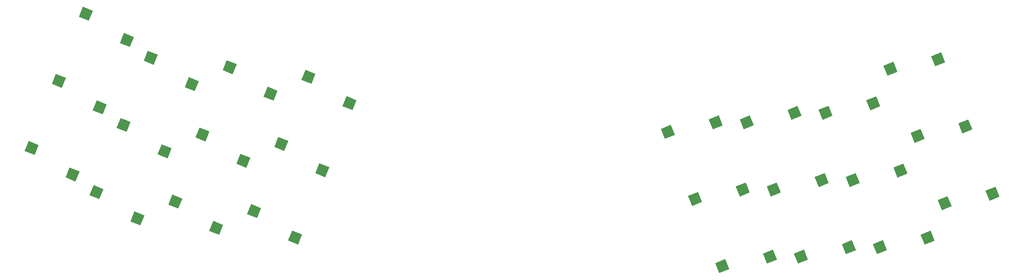
<source format=gbr>
G04 #@! TF.GenerationSoftware,KiCad,Pcbnew,(5.1.4)-1*
G04 #@! TF.CreationDate,2024-04-24T20:53:09-04:00*
G04 #@! TF.ProjectId,ThumbsUp,5468756d-6273-4557-902e-6b696361645f,rev?*
G04 #@! TF.SameCoordinates,Original*
G04 #@! TF.FileFunction,Paste,Bot*
G04 #@! TF.FilePolarity,Positive*
%FSLAX46Y46*%
G04 Gerber Fmt 4.6, Leading zero omitted, Abs format (unit mm)*
G04 Created by KiCad (PCBNEW (5.1.4)-1) date 2024-04-24 20:53:09*
%MOMM*%
%LPD*%
G04 APERTURE LIST*
%ADD10C,2.600000*%
%ADD11C,0.100000*%
G04 APERTURE END LIST*
D10*
X263252967Y-300826201D03*
D11*
G36*
X262534617Y-302518529D02*
G01*
X261560639Y-300107851D01*
X263971317Y-299133873D01*
X264945295Y-301544551D01*
X262534617Y-302518529D01*
X262534617Y-302518529D01*
G37*
D10*
X251719859Y-303113103D03*
D11*
G36*
X251001509Y-304805431D02*
G01*
X250027531Y-302394753D01*
X252438209Y-301420775D01*
X253412187Y-303831453D01*
X251001509Y-304805431D01*
X251001509Y-304805431D01*
G37*
D10*
X256697351Y-284600484D03*
D11*
G36*
X255979001Y-286292812D02*
G01*
X255005023Y-283882134D01*
X257415701Y-282908156D01*
X258389679Y-285318834D01*
X255979001Y-286292812D01*
X255979001Y-286292812D01*
G37*
D10*
X245164243Y-286887386D03*
D11*
G36*
X244445893Y-288579714D02*
G01*
X243471915Y-286169036D01*
X245882593Y-285195058D01*
X246856571Y-287605736D01*
X244445893Y-288579714D01*
X244445893Y-288579714D01*
G37*
D10*
X250141736Y-268374766D03*
D11*
G36*
X249423386Y-270067094D02*
G01*
X248449408Y-267656416D01*
X250860086Y-266682438D01*
X251834064Y-269093116D01*
X249423386Y-270067094D01*
X249423386Y-270067094D01*
G37*
D10*
X238608628Y-270661668D03*
D11*
G36*
X237890278Y-272353996D02*
G01*
X236916300Y-269943318D01*
X239326978Y-268969340D01*
X240300956Y-271380018D01*
X237890278Y-272353996D01*
X237890278Y-272353996D01*
G37*
D10*
X247598492Y-311465159D03*
D11*
G36*
X246880142Y-313157487D02*
G01*
X245906164Y-310746809D01*
X248316842Y-309772831D01*
X249290820Y-312183509D01*
X246880142Y-313157487D01*
X246880142Y-313157487D01*
G37*
D10*
X236065384Y-313752061D03*
D11*
G36*
X235347034Y-315444389D02*
G01*
X234373056Y-313033711D01*
X236783734Y-312059733D01*
X237757712Y-314470411D01*
X235347034Y-315444389D01*
X235347034Y-315444389D01*
G37*
D10*
X241042877Y-295239441D03*
D11*
G36*
X240324527Y-296931769D02*
G01*
X239350549Y-294521091D01*
X241761227Y-293547113D01*
X242735205Y-295957791D01*
X240324527Y-296931769D01*
X240324527Y-296931769D01*
G37*
D10*
X229509769Y-297526343D03*
D11*
G36*
X228791419Y-299218671D02*
G01*
X227817441Y-296807993D01*
X230228119Y-295834015D01*
X231202097Y-298244693D01*
X228791419Y-299218671D01*
X228791419Y-299218671D01*
G37*
D10*
X234487261Y-279013724D03*
D11*
G36*
X233768911Y-280706052D02*
G01*
X232794933Y-278295374D01*
X235205611Y-277321396D01*
X236179589Y-279732074D01*
X233768911Y-280706052D01*
X233768911Y-280706052D01*
G37*
D10*
X222954153Y-281300626D03*
D11*
G36*
X222235803Y-282992954D02*
G01*
X221261825Y-280582276D01*
X223672503Y-279608298D01*
X224646481Y-282018976D01*
X222235803Y-282992954D01*
X222235803Y-282992954D01*
G37*
D10*
X228572558Y-313759461D03*
D11*
G36*
X227854208Y-315451789D02*
G01*
X226880230Y-313041111D01*
X229290908Y-312067133D01*
X230264886Y-314477811D01*
X227854208Y-315451789D01*
X227854208Y-315451789D01*
G37*
D10*
X217039450Y-316046363D03*
D11*
G36*
X216321100Y-317738691D02*
G01*
X215347122Y-315328013D01*
X217757800Y-314354035D01*
X218731778Y-316764713D01*
X216321100Y-317738691D01*
X216321100Y-317738691D01*
G37*
D10*
X222016942Y-297533744D03*
D11*
G36*
X221298592Y-299226072D02*
G01*
X220324614Y-296815394D01*
X222735292Y-295841416D01*
X223709270Y-298252094D01*
X221298592Y-299226072D01*
X221298592Y-299226072D01*
G37*
D10*
X210483834Y-299820646D03*
D11*
G36*
X209765484Y-301512974D02*
G01*
X208791506Y-299102296D01*
X211202184Y-298128318D01*
X212176162Y-300538996D01*
X209765484Y-301512974D01*
X209765484Y-301512974D01*
G37*
D10*
X215461327Y-281308027D03*
D11*
G36*
X214742977Y-283000355D02*
G01*
X213768999Y-280589677D01*
X216179677Y-279615699D01*
X217153655Y-282026377D01*
X214742977Y-283000355D01*
X214742977Y-283000355D01*
G37*
D10*
X203928219Y-283594929D03*
D11*
G36*
X203209869Y-285287257D02*
G01*
X202235891Y-282876579D01*
X204646569Y-281902601D01*
X205620547Y-284313279D01*
X203209869Y-285287257D01*
X203209869Y-285287257D01*
G37*
D10*
X209546623Y-316053764D03*
D11*
G36*
X208828273Y-317746092D02*
G01*
X207854295Y-315335414D01*
X210264973Y-314361436D01*
X211238951Y-316772114D01*
X208828273Y-317746092D01*
X208828273Y-317746092D01*
G37*
D10*
X198013515Y-318340666D03*
D11*
G36*
X197295165Y-320032994D02*
G01*
X196321187Y-317622316D01*
X198731865Y-316648338D01*
X199705843Y-319059016D01*
X197295165Y-320032994D01*
X197295165Y-320032994D01*
G37*
D10*
X202991008Y-299828047D03*
D11*
G36*
X202272658Y-301520375D02*
G01*
X201298680Y-299109697D01*
X203709358Y-298135719D01*
X204683336Y-300546397D01*
X202272658Y-301520375D01*
X202272658Y-301520375D01*
G37*
D10*
X191457900Y-302114949D03*
D11*
G36*
X190739550Y-303807277D02*
G01*
X189765572Y-301396599D01*
X192176250Y-300422621D01*
X193150228Y-302833299D01*
X190739550Y-303807277D01*
X190739550Y-303807277D01*
G37*
D10*
X196435393Y-283602329D03*
D11*
G36*
X195717043Y-285294657D02*
G01*
X194743065Y-282883979D01*
X197153743Y-281910001D01*
X198127721Y-284320679D01*
X195717043Y-285294657D01*
X195717043Y-285294657D01*
G37*
D10*
X184902285Y-285889231D03*
D11*
G36*
X184183935Y-287581559D02*
G01*
X183209957Y-285170881D01*
X185620635Y-284196903D01*
X186594613Y-286607581D01*
X184183935Y-287581559D01*
X184183935Y-287581559D01*
G37*
D10*
X85046167Y-305043702D03*
D11*
G36*
X86738495Y-304325352D02*
G01*
X85764517Y-306736030D01*
X83353839Y-305762052D01*
X84327817Y-303351374D01*
X86738495Y-304325352D01*
X86738495Y-304325352D01*
G37*
D10*
X94931006Y-311410213D03*
D11*
G36*
X96623334Y-310691863D02*
G01*
X95649356Y-313102541D01*
X93238678Y-312128563D01*
X94212656Y-309717885D01*
X96623334Y-310691863D01*
X96623334Y-310691863D01*
G37*
D10*
X91601782Y-288817985D03*
D11*
G36*
X93294110Y-288099635D02*
G01*
X92320132Y-290510313D01*
X89909454Y-289536335D01*
X90883432Y-287125657D01*
X93294110Y-288099635D01*
X93294110Y-288099635D01*
G37*
D10*
X101486621Y-295184496D03*
D11*
G36*
X103178949Y-294466146D02*
G01*
X102204971Y-296876824D01*
X99794293Y-295902846D01*
X100768271Y-293492168D01*
X103178949Y-294466146D01*
X103178949Y-294466146D01*
G37*
D10*
X98157398Y-272592267D03*
D11*
G36*
X99849726Y-271873917D02*
G01*
X98875748Y-274284595D01*
X96465070Y-273310617D01*
X97439048Y-270899939D01*
X99849726Y-271873917D01*
X99849726Y-271873917D01*
G37*
D10*
X108042237Y-278958778D03*
D11*
G36*
X109734565Y-278240428D02*
G01*
X108760587Y-280651106D01*
X106349909Y-279677128D01*
X107323887Y-277266450D01*
X109734565Y-278240428D01*
X109734565Y-278240428D01*
G37*
D10*
X66020233Y-302749400D03*
D11*
G36*
X67712561Y-302031050D02*
G01*
X66738583Y-304441728D01*
X64327905Y-303467750D01*
X65301883Y-301057072D01*
X67712561Y-302031050D01*
X67712561Y-302031050D01*
G37*
D10*
X75905072Y-309115911D03*
D11*
G36*
X77597400Y-308397561D02*
G01*
X76623422Y-310808239D01*
X74212744Y-309834261D01*
X75186722Y-307423583D01*
X77597400Y-308397561D01*
X77597400Y-308397561D01*
G37*
D10*
X72575848Y-286523682D03*
D11*
G36*
X74268176Y-285805332D02*
G01*
X73294198Y-288216010D01*
X70883520Y-287242032D01*
X71857498Y-284831354D01*
X74268176Y-285805332D01*
X74268176Y-285805332D01*
G37*
D10*
X82460687Y-292890193D03*
D11*
G36*
X84153015Y-292171843D02*
G01*
X83179037Y-294582521D01*
X80768359Y-293608543D01*
X81742337Y-291197865D01*
X84153015Y-292171843D01*
X84153015Y-292171843D01*
G37*
D10*
X79131463Y-270297965D03*
D11*
G36*
X80823791Y-269579615D02*
G01*
X79849813Y-271990293D01*
X77439135Y-271016315D01*
X78413113Y-268605637D01*
X80823791Y-269579615D01*
X80823791Y-269579615D01*
G37*
D10*
X89016302Y-276664476D03*
D11*
G36*
X90708630Y-275946126D02*
G01*
X89734652Y-278356804D01*
X87323974Y-277382826D01*
X88297952Y-274972148D01*
X90708630Y-275946126D01*
X90708630Y-275946126D01*
G37*
D10*
X46994298Y-300455097D03*
D11*
G36*
X48686626Y-299736747D02*
G01*
X47712648Y-302147425D01*
X45301970Y-301173447D01*
X46275948Y-298762769D01*
X48686626Y-299736747D01*
X48686626Y-299736747D01*
G37*
D10*
X56879137Y-306821608D03*
D11*
G36*
X58571465Y-306103258D02*
G01*
X57597487Y-308513936D01*
X55186809Y-307539958D01*
X56160787Y-305129280D01*
X58571465Y-306103258D01*
X58571465Y-306103258D01*
G37*
D10*
X53549914Y-284229379D03*
D11*
G36*
X55242242Y-283511029D02*
G01*
X54268264Y-285921707D01*
X51857586Y-284947729D01*
X52831564Y-282537051D01*
X55242242Y-283511029D01*
X55242242Y-283511029D01*
G37*
D10*
X63434753Y-290595890D03*
D11*
G36*
X65127081Y-289877540D02*
G01*
X64153103Y-292288218D01*
X61742425Y-291314240D01*
X62716403Y-288903562D01*
X65127081Y-289877540D01*
X65127081Y-289877540D01*
G37*
D10*
X60105529Y-268003662D03*
D11*
G36*
X61797857Y-267285312D02*
G01*
X60823879Y-269695990D01*
X58413201Y-268722012D01*
X59387179Y-266311334D01*
X61797857Y-267285312D01*
X61797857Y-267285312D01*
G37*
D10*
X69990368Y-274370173D03*
D11*
G36*
X71682696Y-273651823D02*
G01*
X70708718Y-276062501D01*
X68298040Y-275088523D01*
X69272018Y-272677845D01*
X71682696Y-273651823D01*
X71682696Y-273651823D01*
G37*
D10*
X31339823Y-289816139D03*
D11*
G36*
X33032151Y-289097789D02*
G01*
X32058173Y-291508467D01*
X29647495Y-290534489D01*
X30621473Y-288123811D01*
X33032151Y-289097789D01*
X33032151Y-289097789D01*
G37*
D10*
X41224662Y-296182650D03*
D11*
G36*
X42916990Y-295464300D02*
G01*
X41943012Y-297874978D01*
X39532334Y-296901000D01*
X40506312Y-294490322D01*
X42916990Y-295464300D01*
X42916990Y-295464300D01*
G37*
D10*
X37895439Y-273590422D03*
D11*
G36*
X39587767Y-272872072D02*
G01*
X38613789Y-275282750D01*
X36203111Y-274308772D01*
X37177089Y-271898094D01*
X39587767Y-272872072D01*
X39587767Y-272872072D01*
G37*
D10*
X47780278Y-279956933D03*
D11*
G36*
X49472606Y-279238583D02*
G01*
X48498628Y-281649261D01*
X46087950Y-280675283D01*
X47061928Y-278264605D01*
X49472606Y-279238583D01*
X49472606Y-279238583D01*
G37*
D10*
X44451054Y-257364705D03*
D11*
G36*
X46143382Y-256646355D02*
G01*
X45169404Y-259057033D01*
X42758726Y-258083055D01*
X43732704Y-255672377D01*
X46143382Y-256646355D01*
X46143382Y-256646355D01*
G37*
D10*
X54335893Y-263731216D03*
D11*
G36*
X56028221Y-263012866D02*
G01*
X55054243Y-265423544D01*
X52643565Y-264449566D01*
X53617543Y-262038888D01*
X56028221Y-263012866D01*
X56028221Y-263012866D01*
G37*
M02*

</source>
